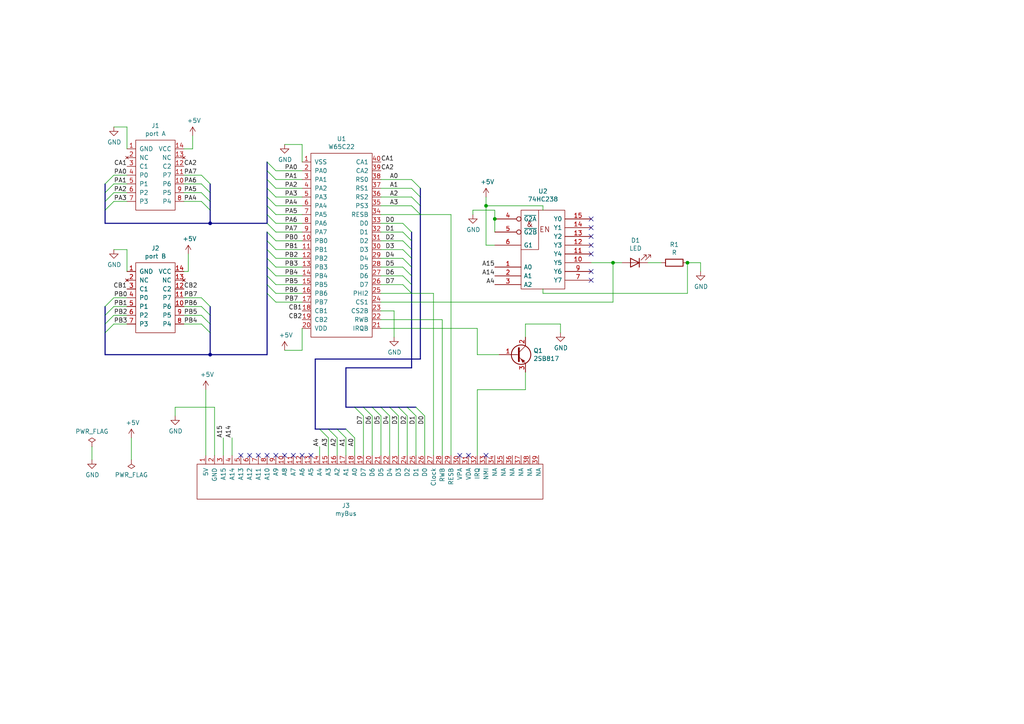
<source format=kicad_sch>
(kicad_sch (version 20211123) (generator eeschema)
  (paper "A4")
  (lib_symbols
    (symbol "74xx_IEEE:74HC238" (pin_names (offset 0.762))
      (property "Reference" "U" (at 3.81 8.89 0))
      (property "Value" "74HC238" (at 8.89 -16.51 0))
      (symbol "74HC238_0_0"
        (text "&" (at -3.81 3.556 0) (effects (font (size 1.524 1.524))))
        (text "EN" (at 0.508 2.032 0) (effects (font (size 1.524 1.524))))
        (pin power_in line (at 0 7.62 270) (length 0) hide (name "VCC") (number "16"))
      )
      (symbol "74HC238_0_1"
        (rectangle (start -6.35 7.62) (end 6.35 -15.24))
        (polyline (pts (xy -1.27 7.62) (xy -1.27 -3.81) (xy -6.35 -3.81) (xy -6.35 -3.81)))
      )
      (symbol "74HC238_1_1"
        (pin input line (at -13.97 -8.89 0) (length 7.62) (name "A0") (number "1"))
        (pin output line (at 13.97 -7.62 180) (length 7.62) (name "Y5") (number "10"))
        (pin output line (at 13.97 -5.08 180) (length 7.62) (name "Y4") (number "11"))
        (pin output line (at 13.97 -2.54 180) (length 7.62) (name "Y3") (number "12"))
        (pin output line (at 13.97 0 180) (length 7.62) (name "Y2") (number "13"))
        (pin output line (at 13.97 2.54 180) (length 7.62) (name "Y1") (number "14"))
        (pin output line (at 13.97 5.08 180) (length 7.62) (name "Y0") (number "15"))
        (pin input line (at -13.97 -11.43 0) (length 7.62) (name "A1") (number "2"))
        (pin input line (at -13.97 -13.97 0) (length 7.62) (name "A2") (number "3"))
        (pin input inverted (at -13.97 5.08 0) (length 7.62) (name "~{G2A}") (number "4"))
        (pin input inverted (at -13.97 1.27 0) (length 7.62) (name "~{G2B}") (number "5"))
        (pin input line (at -13.97 -2.54 0) (length 7.62) (name "G1") (number "6"))
        (pin output line (at 13.97 -12.7 180) (length 7.62) (name "Y7") (number "7"))
        (pin power_in line (at 0 -15.24 90) (length 0) hide (name "GND") (number "8"))
        (pin output line (at 13.97 -10.16 180) (length 7.62) (name "Y6") (number "9"))
      )
    )
    (symbol "Device:LED" (pin_numbers hide) (pin_names (offset 1.016) hide)
      (property "Reference" "D" (at 0 2.54 0))
      (property "Value" "LED" (at 0 -2.54 0))
      (symbol "LED_0_1"
        (polyline (pts (xy -1.27 -1.27) (xy -1.27 1.27)) (stroke (width 0.254)))
        (polyline (pts (xy -1.27 0) (xy 1.27 0)))
        (polyline (pts (xy 1.27 -1.27) (xy 1.27 1.27) (xy -1.27 0) (xy 1.27 -1.27)) (stroke (width 0.254)))
        (polyline (pts (xy -3.048 -0.762) (xy -4.572 -2.286) (xy -3.81 -2.286) (xy -4.572 -2.286) (xy -4.572 -1.524)))
        (polyline (pts (xy -1.778 -0.762) (xy -3.302 -2.286) (xy -2.54 -2.286) (xy -3.302 -2.286) (xy -3.302 -1.524)))
      )
      (symbol "LED_1_1"
        (pin passive line (at -3.81 0 0) (length 2.54) (name "K") (number "1"))
        (pin passive line (at 3.81 0 180) (length 2.54) (name "A") (number "2"))
      )
    )
    (symbol "Device:R" (pin_numbers hide) (pin_names (offset 0))
      (property "Reference" "R" (at 2.032 0 90))
      (property "Value" "R" (at 0 0 90))
      (symbol "R_0_1"
        (rectangle (start -1.016 -2.54) (end 1.016 2.54) (stroke (width 0.254)))
      )
      (symbol "R_1_1"
        (pin passive line (at 0 3.81 270) (length 1.27) (name "~") (number "1"))
        (pin passive line (at 0 -3.81 90) (length 1.27) (name "~") (number "2"))
      )
    )
    (symbol "Transistor_BJT:2SB817" (pin_names (offset 0) hide)
      (property "Reference" "Q" (at 5.08 1.905 0))
      (property "Value" "2SB817" (at 5.08 0 0))
      (symbol "2SB817_0_1"
        (polyline (pts (xy 0 0) (xy 0.635 0)))
        (polyline (pts (xy 2.54 2.54) (xy 0.635 0.635)))
        (polyline (pts (xy 0.635 -0.635) (xy 2.54 -2.54) (xy 2.54 -2.54)))
        (polyline (pts (xy 0.635 1.905) (xy 0.635 -1.905) (xy 0.635 -1.905)) (stroke (width 0.508)))
        (polyline (pts (xy 1.778 -2.286) (xy 2.286 -1.778) (xy 1.27 -1.27) (xy 1.778 -2.286) (xy 1.778 -2.286)) (fill (type outline)))
        (circle (center 1.27 0) (radius 2.8194) (stroke (width 0.254)))
      )
      (symbol "2SB817_1_1"
        (pin input line (at -5.08 0 0) (length 5.08) (name "B") (number "1"))
        (pin passive line (at 2.54 5.08 270) (length 2.54) (name "C") (number "2"))
        (pin passive line (at 2.54 -5.08 90) (length 2.54) (name "E") (number "3"))
      )
    )
    (symbol "myLib:W65C22" (pin_names (offset 1.016))
      (property "Reference" "U" (at -2.54 26.67 0))
      (property "Value" "W65C22" (at 0 -1.27 90))
      (symbol "W65C22_0_1"
        (rectangle (start -10.16 24.13) (end 7.62 -29.21))
      )
      (symbol "W65C22_1_1"
        (pin power_in line (at -12.7 21.59 0) (length 2.54) (name "VSS") (number "1"))
        (pin bidirectional line (at -12.7 -1.27 0) (length 2.54) (name "PB0") (number "10"))
        (pin bidirectional line (at -12.7 -3.81 0) (length 2.54) (name "PB1") (number "11"))
        (pin bidirectional line (at -12.7 -6.35 0) (length 2.54) (name "PB2") (number "12"))
        (pin bidirectional line (at -12.7 -8.89 0) (length 2.54) (name "PB3") (number "13"))
        (pin bidirectional line (at -12.7 -11.43 0) (length 2.54) (name "PB4") (number "14"))
        (pin bidirectional line (at -12.7 -13.97 0) (length 2.54) (name "PB5") (number "15"))
        (pin bidirectional line (at -12.7 -16.51 0) (length 2.54) (name "PB6") (number "16"))
        (pin bidirectional line (at -12.7 -19.05 0) (length 2.54) (name "PB7") (number "17"))
        (pin bidirectional line (at -12.7 -21.59 0) (length 2.54) (name "CB1") (number "18"))
        (pin bidirectional line (at -12.7 -24.13 0) (length 2.54) (name "CB2") (number "19"))
        (pin bidirectional line (at -12.7 19.05 0) (length 2.54) (name "PA0") (number "2"))
        (pin power_in line (at -12.7 -26.67 0) (length 2.54) (name "VDD") (number "20"))
        (pin output line (at 10.16 -26.67 180) (length 2.54) (name "IRQB") (number "21"))
        (pin input line (at 10.16 -24.13 180) (length 2.54) (name "RWB") (number "22"))
        (pin input line (at 10.16 -21.59 180) (length 2.54) (name "CS2B") (number "23"))
        (pin input line (at 10.16 -19.05 180) (length 2.54) (name "CS1") (number "24"))
        (pin bidirectional line (at 10.16 -16.51 180) (length 2.54) (name "PHI2") (number "25"))
        (pin bidirectional line (at 10.16 -13.97 180) (length 2.54) (name "D7") (number "26"))
        (pin bidirectional line (at 10.16 -11.43 180) (length 2.54) (name "D6") (number "27"))
        (pin bidirectional line (at 10.16 -8.89 180) (length 2.54) (name "D5") (number "28"))
        (pin bidirectional line (at 10.16 -6.35 180) (length 2.54) (name "D4") (number "29"))
        (pin bidirectional line (at -12.7 16.51 0) (length 2.54) (name "PA1") (number "3"))
        (pin bidirectional line (at 10.16 -3.81 180) (length 2.54) (name "D3") (number "30"))
        (pin bidirectional line (at 10.16 -1.27 180) (length 2.54) (name "D2") (number "31"))
        (pin bidirectional line (at 10.16 1.27 180) (length 2.54) (name "D1") (number "32"))
        (pin bidirectional line (at 10.16 3.81 180) (length 2.54) (name "D0") (number "33"))
        (pin input line (at 10.16 6.35 180) (length 2.54) (name "RESB") (number "34"))
        (pin input line (at 10.16 8.89 180) (length 2.54) (name "PS3") (number "35"))
        (pin input line (at 10.16 11.43 180) (length 2.54) (name "RS2") (number "36"))
        (pin input line (at 10.16 13.97 180) (length 2.54) (name "RS1") (number "37"))
        (pin input line (at 10.16 16.51 180) (length 2.54) (name "RS0") (number "38"))
        (pin bidirectional line (at 10.16 19.05 180) (length 2.54) (name "CA2") (number "39"))
        (pin bidirectional line (at -12.7 13.97 0) (length 2.54) (name "PA2") (number "4"))
        (pin bidirectional line (at 10.16 21.59 180) (length 2.54) (name "CA1") (number "40"))
        (pin bidirectional line (at -12.7 11.43 0) (length 2.54) (name "PA3") (number "5"))
        (pin bidirectional line (at -12.7 8.89 0) (length 2.54) (name "PA4") (number "6"))
        (pin bidirectional line (at -12.7 6.35 0) (length 2.54) (name "PA5") (number "7"))
        (pin bidirectional line (at -12.7 3.81 0) (length 2.54) (name "PA6") (number "8"))
        (pin bidirectional line (at -12.7 1.27 0) (length 2.54) (name "PA7") (number "9"))
      )
    )
    (symbol "myLib:myBus" (pin_names (offset 1.016))
      (property "Reference" "J" (at 57.15 1.27 0))
      (property "Value" "myBus" (at 0 -1.27 0))
      (symbol "myBus_0_1"
        (rectangle (start -44.45 5.08) (end 55.88 -5.08))
      )
      (symbol "myBus_1_1"
        (pin power_in line (at -41.91 7.62 270) (length 2.54) (name "5V") (number "1"))
        (pin bidirectional line (at -19.05 7.62 270) (length 2.54) (name "A8") (number "10"))
        (pin bidirectional line (at -16.51 7.62 270) (length 2.54) (name "A7") (number "11"))
        (pin bidirectional line (at -13.97 7.62 270) (length 2.54) (name "A6") (number "12"))
        (pin bidirectional line (at -11.43 7.62 270) (length 2.54) (name "A5") (number "13"))
        (pin bidirectional line (at -8.89 7.62 270) (length 2.54) (name "A4") (number "14"))
        (pin bidirectional line (at -6.35 7.62 270) (length 2.54) (name "A3") (number "15"))
        (pin bidirectional line (at -3.81 7.62 270) (length 2.54) (name "A2") (number "16"))
        (pin bidirectional line (at -1.27 7.62 270) (length 2.54) (name "A1") (number "17"))
        (pin bidirectional line (at 1.27 7.62 270) (length 2.54) (name "A0") (number "18"))
        (pin bidirectional line (at 3.81 7.62 270) (length 2.54) (name "D7") (number "19"))
        (pin power_in line (at -39.37 7.62 270) (length 2.54) (name "GND") (number "2"))
        (pin bidirectional line (at 6.35 7.62 270) (length 2.54) (name "D6") (number "20"))
        (pin bidirectional line (at 8.89 7.62 270) (length 2.54) (name "D5") (number "21"))
        (pin bidirectional line (at 11.43 7.62 270) (length 2.54) (name "D4") (number "22"))
        (pin bidirectional line (at 13.97 7.62 270) (length 2.54) (name "D3") (number "23"))
        (pin bidirectional line (at 16.51 7.62 270) (length 2.54) (name "D2") (number "24"))
        (pin bidirectional line (at 19.05 7.62 270) (length 2.54) (name "D1") (number "25"))
        (pin bidirectional line (at 21.59 7.62 270) (length 2.54) (name "D0") (number "26"))
        (pin bidirectional line (at 24.13 7.62 270) (length 2.54) (name "Clock") (number "27"))
        (pin bidirectional line (at 26.67 7.62 270) (length 2.54) (name "RWB") (number "28"))
        (pin bidirectional line (at 29.21 7.62 270) (length 2.54) (name "RESB") (number "29"))
        (pin bidirectional line (at -36.83 7.62 270) (length 2.54) (name "A15") (number "3"))
        (pin bidirectional line (at 31.75 7.62 270) (length 2.54) (name "VPA") (number "30"))
        (pin bidirectional line (at 34.29 7.62 270) (length 2.54) (name "VDA") (number "31"))
        (pin bidirectional line (at 36.83 7.62 270) (length 2.54) (name "IRQ") (number "32"))
        (pin bidirectional line (at 39.37 7.62 270) (length 2.54) (name "NMI") (number "33"))
        (pin bidirectional line (at 41.91 7.62 270) (length 2.54) (name "NA") (number "34"))
        (pin bidirectional line (at 44.45 7.62 270) (length 2.54) (name "NA") (number "35"))
        (pin bidirectional line (at 46.99 7.62 270) (length 2.54) (name "NA") (number "36"))
        (pin bidirectional line (at 49.53 7.62 270) (length 2.54) (name "NA") (number "37"))
        (pin bidirectional line (at 52.07 7.62 270) (length 2.54) (name "NA") (number "38"))
        (pin bidirectional line (at 54.61 7.62 270) (length 2.54) (name "NA") (number "39"))
        (pin bidirectional line (at -34.29 7.62 270) (length 2.54) (name "A14") (number "4"))
        (pin bidirectional line (at -31.75 7.62 270) (length 2.54) (name "A13") (number "5"))
        (pin bidirectional line (at -29.21 7.62 270) (length 2.54) (name "A12") (number "6"))
        (pin bidirectional line (at -26.67 7.62 270) (length 2.54) (name "A11") (number "7"))
        (pin bidirectional line (at -24.13 7.62 270) (length 2.54) (name "A10") (number "8"))
        (pin bidirectional line (at -21.59 7.62 270) (length 2.54) (name "A9") (number "9"))
      )
    )
    (symbol "myLib:port" (pin_names (offset 1.016))
      (property "Reference" "J" (at 1.27 11.43 0))
      (property "Value" "port" (at -3.81 11.43 0))
      (symbol "port_0_1"
        (rectangle (start -6.35 10.16) (end 5.08 -10.16))
      )
      (symbol "port_1_1"
        (pin power_in line (at -8.89 7.62 0) (length 2.54) (name "GND") (number "1"))
        (pin bidirectional line (at 7.62 -2.54 180) (length 2.54) (name "P6") (number "10"))
        (pin bidirectional line (at 7.62 0 180) (length 2.54) (name "P7") (number "11"))
        (pin bidirectional line (at 7.62 2.54 180) (length 2.54) (name "C2") (number "12"))
        (pin no_connect line (at 7.62 5.08 180) (length 2.54) (name "NC") (number "13"))
        (pin power_in line (at 7.62 7.62 180) (length 2.54) (name "VCC") (number "14"))
        (pin no_connect line (at -8.89 5.08 0) (length 2.54) (name "NC") (number "2"))
        (pin bidirectional line (at -8.89 2.54 0) (length 2.54) (name "C1") (number "3"))
        (pin bidirectional line (at -8.89 0 0) (length 2.54) (name "P0") (number "4"))
        (pin bidirectional line (at -8.89 -2.54 0) (length 2.54) (name "P1") (number "5"))
        (pin bidirectional line (at -8.89 -5.08 0) (length 2.54) (name "P2") (number "6"))
        (pin bidirectional line (at -8.89 -7.62 0) (length 2.54) (name "P3") (number "7"))
        (pin bidirectional line (at 7.62 -7.62 180) (length 2.54) (name "P4") (number "8"))
        (pin bidirectional line (at 7.62 -5.08 180) (length 2.54) (name "P5") (number "9"))
      )
    )
    (symbol "power:+5V" (power) (pin_names (offset 0))
      (property "Value" "+5V" (at 0 3.556 0))
      (symbol "+5V_0_1"
        (polyline (pts (xy -0.762 1.27) (xy 0 2.54)))
        (polyline (pts (xy 0 0) (xy 0 2.54)))
        (polyline (pts (xy 0 2.54) (xy 0.762 1.27)))
      )
      (symbol "+5V_1_1"
        (pin power_in line (at 0 0 90) (length 0) hide (name "+5V") (number "1"))
      )
    )
    (symbol "power:GND" (power) (pin_names (offset 0))
      (property "Value" "GND" (at 0 -3.81 0))
      (symbol "GND_0_1"
        (polyline (pts (xy 0 0) (xy 0 -1.27) (xy 1.27 -1.27) (xy 0 -2.54) (xy -1.27 -1.27) (xy 0 -1.27)))
      )
      (symbol "GND_1_1"
        (pin power_in line (at 0 0 270) (length 0) hide (name "GND") (number "1"))
      )
    )
    (symbol "power:PWR_FLAG" (power) (pin_numbers hide) (pin_names (offset 0) hide)
      (property "Value" "PWR_FLAG" (at 0 3.81 0))
      (symbol "PWR_FLAG_0_0"
        (pin power_out line (at 0 0 90) (length 0) (name "pwr") (number "1"))
      )
      (symbol "PWR_FLAG_0_1"
        (polyline (pts (xy 0 0) (xy 0 1.27) (xy -1.016 1.905) (xy 0 2.54) (xy 1.016 1.905) (xy 0 1.27)))
      )
    )
  )
  (junction (at 60.96 64.77))
  (junction (at 143.51 63.5))
  (junction (at 177.8 76.2))
  (junction (at 140.97 59.69))
  (junction (at 60.96 102.87))
  (junction (at 199.39 76.2))
  (no_connect (at 171.45 73.66))
  (no_connect (at 135.89 132.08))
  (no_connect (at 82.55 132.08))
  (no_connect (at 80.01 132.08))
  (no_connect (at 77.47 132.08))
  (no_connect (at 69.85 132.08))
  (no_connect (at 87.63 132.08))
  (no_connect (at 171.45 71.12))
  (no_connect (at 74.93 132.08))
  (no_connect (at 85.09 132.08))
  (no_connect (at 72.39 132.08))
  (no_connect (at 133.35 132.08))
  (no_connect (at 171.45 68.58))
  (no_connect (at 171.45 66.04))
  (no_connect (at 140.97 132.08))
  (no_connect (at 90.17 132.08))
  (no_connect (at 171.45 78.74))
  (no_connect (at 171.45 81.28))
  (no_connect (at 171.45 63.5))
  (bus_entry (at 58.42 91.44) (size 2.54 2.54))
  (bus_entry (at 58.42 58.42) (size 2.54 2.54))
  (bus_entry (at 120.65 118.11) (size 2.54 2.54))
  (bus_entry (at 77.47 54.61) (size 2.54 2.54))
  (bus_entry (at 30.48 88.9) (size 2.54 -2.54))
  (bus_entry (at 77.47 57.15) (size 2.54 2.54))
  (bus_entry (at 30.48 93.98) (size 2.54 -2.54))
  (bus_entry (at 77.47 82.55) (size 2.54 2.54))
  (bus_entry (at 113.03 118.11) (size 2.54 2.54))
  (bus_entry (at 77.47 74.93) (size 2.54 2.54))
  (bus_entry (at 116.84 72.39) (size 2.54 2.54))
  (bus_entry (at 77.47 52.07) (size 2.54 2.54))
  (bus_entry (at 77.47 69.85) (size 2.54 2.54))
  (bus_entry (at 115.57 118.11) (size 2.54 2.54))
  (bus_entry (at 116.84 77.47) (size 2.54 2.54))
  (bus_entry (at 119.38 52.07) (size 2.54 2.54))
  (bus_entry (at 30.48 60.96) (size 2.54 -2.54))
  (bus_entry (at 118.11 118.11) (size 2.54 2.54))
  (bus_entry (at 30.48 55.88) (size 2.54 -2.54))
  (bus_entry (at 116.84 74.93) (size 2.54 2.54))
  (bus_entry (at 100.33 124.46) (size 2.54 2.54))
  (bus_entry (at 116.84 80.01) (size 2.54 2.54))
  (bus_entry (at 116.84 69.85) (size 2.54 2.54))
  (bus_entry (at 110.49 118.11) (size 2.54 2.54))
  (bus_entry (at 92.71 124.46) (size 2.54 2.54))
  (bus_entry (at 58.42 50.8) (size 2.54 2.54))
  (bus_entry (at 116.84 67.31) (size 2.54 2.54))
  (bus_entry (at 102.87 118.11) (size 2.54 2.54))
  (bus_entry (at 77.47 46.99) (size 2.54 2.54))
  (bus_entry (at 77.47 64.77) (size 2.54 2.54))
  (bus_entry (at 30.48 96.52) (size 2.54 -2.54))
  (bus_entry (at 58.42 88.9) (size 2.54 2.54))
  (bus_entry (at 107.95 118.11) (size 2.54 2.54))
  (bus_entry (at 119.38 59.69) (size 2.54 2.54))
  (bus_entry (at 119.38 54.61) (size 2.54 2.54))
  (bus_entry (at 77.47 72.39) (size 2.54 2.54))
  (bus_entry (at 116.84 82.55) (size 2.54 2.54))
  (bus_entry (at 58.42 55.88) (size 2.54 2.54))
  (bus_entry (at 58.42 53.34) (size 2.54 2.54))
  (bus_entry (at 30.48 53.34) (size 2.54 -2.54))
  (bus_entry (at 116.84 64.77) (size 2.54 2.54))
  (bus_entry (at 95.25 124.46) (size 2.54 2.54))
  (bus_entry (at 77.47 85.09) (size 2.54 2.54))
  (bus_entry (at 30.48 58.42) (size 2.54 -2.54))
  (bus_entry (at 58.42 86.36) (size 2.54 2.54))
  (bus_entry (at 77.47 49.53) (size 2.54 2.54))
  (bus_entry (at 77.47 62.23) (size 2.54 2.54))
  (bus_entry (at 77.47 77.47) (size 2.54 2.54))
  (bus_entry (at 77.47 59.69) (size 2.54 2.54))
  (bus_entry (at 77.47 80.01) (size 2.54 2.54))
  (bus_entry (at 97.79 124.46) (size 2.54 2.54))
  (bus_entry (at 105.41 118.11) (size 2.54 2.54))
  (bus_entry (at 58.42 93.98) (size 2.54 2.54))
  (bus_entry (at 77.47 67.31) (size 2.54 2.54))
  (bus_entry (at 119.38 57.15) (size 2.54 2.54))
  (bus_entry (at 30.48 91.44) (size 2.54 -2.54))
  (wire (pts (xy 199.39 76.2) (xy 203.2 76.2)))
  (bus (pts (xy 100.33 118.11) (xy 102.87 118.11)))
  (wire (pts (xy 87.63 62.23) (xy 80.01 62.23)))
  (wire (pts (xy 36.83 36.83) (xy 36.83 43.18)))
  (bus (pts (xy 77.47 54.61) (xy 77.47 57.15)))
  (bus (pts (xy 107.95 118.11) (xy 110.49 118.11)))
  (wire (pts (xy 33.02 91.44) (xy 36.83 91.44)))
  (bus (pts (xy 121.92 54.61) (xy 121.92 57.15)))
  (wire (pts (xy 59.69 113.03) (xy 59.69 132.08)))
  (wire (pts (xy 50.8 118.11) (xy 50.8 120.65)))
  (wire (pts (xy 116.84 72.39) (xy 110.49 72.39)))
  (wire (pts (xy 110.49 74.93) (xy 116.84 74.93)))
  (wire (pts (xy 152.4 113.03) (xy 152.4 107.95)))
  (wire (pts (xy 87.63 52.07) (xy 80.01 52.07)))
  (wire (pts (xy 115.57 132.08) (xy 115.57 120.65)))
  (wire (pts (xy 162.56 93.98) (xy 162.56 96.52)))
  (wire (pts (xy 67.31 132.08) (xy 67.31 127)))
  (wire (pts (xy 33.02 50.8) (xy 36.83 50.8)))
  (wire (pts (xy 138.43 113.03) (xy 152.4 113.03)))
  (bus (pts (xy 30.48 91.44) (xy 30.48 93.98)))
  (bus (pts (xy 30.48 88.9) (xy 30.48 91.44)))
  (wire (pts (xy 114.3 90.17) (xy 114.3 97.79)))
  (bus (pts (xy 91.44 104.14) (xy 121.92 104.14)))
  (wire (pts (xy 100.33 127) (xy 100.33 132.08)))
  (wire (pts (xy 110.49 95.25) (xy 138.43 95.25)))
  (wire (pts (xy 110.49 69.85) (xy 116.84 69.85)))
  (bus (pts (xy 119.38 82.55) (xy 119.38 85.09)))
  (bus (pts (xy 119.38 74.93) (xy 119.38 77.47)))
  (wire (pts (xy 110.49 132.08) (xy 110.49 120.65)))
  (wire (pts (xy 87.63 57.15) (xy 80.01 57.15)))
  (wire (pts (xy 125.73 85.09) (xy 125.73 132.08)))
  (wire (pts (xy 82.55 101.6) (xy 87.63 101.6)))
  (bus (pts (xy 30.48 53.34) (xy 30.48 55.88)))
  (wire (pts (xy 80.01 69.85) (xy 87.63 69.85)))
  (bus (pts (xy 77.47 52.07) (xy 77.47 54.61)))
  (bus (pts (xy 30.48 55.88) (xy 30.48 58.42)))
  (bus (pts (xy 119.38 85.09) (xy 119.38 106.68)))
  (wire (pts (xy 116.84 67.31) (xy 110.49 67.31)))
  (bus (pts (xy 105.41 118.11) (xy 107.95 118.11)))
  (wire (pts (xy 33.02 86.36) (xy 36.83 86.36)))
  (wire (pts (xy 110.49 52.07) (xy 119.38 52.07)))
  (bus (pts (xy 121.92 59.69) (xy 121.92 62.23)))
  (wire (pts (xy 140.97 59.69) (xy 157.48 59.69)))
  (wire (pts (xy 80.01 54.61) (xy 87.63 54.61)))
  (bus (pts (xy 77.47 72.39) (xy 77.47 74.93)))
  (wire (pts (xy 62.23 118.11) (xy 50.8 118.11)))
  (bus (pts (xy 77.47 57.15) (xy 77.47 59.69)))
  (bus (pts (xy 119.38 80.01) (xy 119.38 82.55)))
  (wire (pts (xy 54.61 78.74) (xy 54.61 73.66)))
  (bus (pts (xy 60.96 91.44) (xy 60.96 93.98)))
  (wire (pts (xy 116.84 77.47) (xy 110.49 77.47)))
  (wire (pts (xy 36.83 72.39) (xy 36.83 78.74)))
  (wire (pts (xy 53.34 43.18) (xy 55.88 43.18)))
  (wire (pts (xy 143.51 60.96) (xy 143.51 63.5)))
  (wire (pts (xy 116.84 82.55) (xy 110.49 82.55)))
  (wire (pts (xy 58.42 53.34) (xy 53.34 53.34)))
  (bus (pts (xy 30.48 93.98) (xy 30.48 96.52)))
  (wire (pts (xy 143.51 67.31) (xy 143.51 63.5)))
  (wire (pts (xy 36.83 88.9) (xy 33.02 88.9)))
  (wire (pts (xy 138.43 95.25) (xy 138.43 102.87)))
  (bus (pts (xy 77.47 82.55) (xy 77.47 85.09)))
  (wire (pts (xy 110.49 90.17) (xy 114.3 90.17)))
  (bus (pts (xy 100.33 106.68) (xy 100.33 118.11)))
  (wire (pts (xy 87.63 72.39) (xy 80.01 72.39)))
  (bus (pts (xy 100.33 106.68) (xy 119.38 106.68)))
  (wire (pts (xy 177.8 76.2) (xy 171.45 76.2)))
  (bus (pts (xy 30.48 60.96) (xy 30.48 64.77)))
  (wire (pts (xy 53.34 91.44) (xy 58.42 91.44)))
  (wire (pts (xy 110.49 87.63) (xy 177.8 87.63)))
  (bus (pts (xy 113.03 118.11) (xy 115.57 118.11)))
  (wire (pts (xy 199.39 85.09) (xy 199.39 76.2)))
  (wire (pts (xy 97.79 132.08) (xy 97.79 127)))
  (bus (pts (xy 60.96 88.9) (xy 60.96 91.44)))
  (bus (pts (xy 77.47 80.01) (xy 77.47 82.55)))
  (wire (pts (xy 203.2 76.2) (xy 203.2 78.74)))
  (bus (pts (xy 97.79 124.46) (xy 100.33 124.46)))
  (bus (pts (xy 77.47 102.87) (xy 60.96 102.87)))
  (wire (pts (xy 110.49 92.71) (xy 128.27 92.71)))
  (wire (pts (xy 157.48 83.82) (xy 157.48 85.09)))
  (wire (pts (xy 58.42 58.42) (xy 53.34 58.42)))
  (wire (pts (xy 38.1 127) (xy 38.1 133.35)))
  (wire (pts (xy 26.67 133.35) (xy 26.67 129.54)))
  (wire (pts (xy 80.01 64.77) (xy 87.63 64.77)))
  (bus (pts (xy 121.92 62.23) (xy 121.92 104.14)))
  (wire (pts (xy 140.97 57.15) (xy 140.97 59.69)))
  (bus (pts (xy 30.48 58.42) (xy 30.48 60.96)))
  (wire (pts (xy 80.01 49.53) (xy 87.63 49.53)))
  (wire (pts (xy 82.55 41.91) (xy 87.63 41.91)))
  (wire (pts (xy 110.49 80.01) (xy 116.84 80.01)))
  (wire (pts (xy 113.03 120.65) (xy 113.03 132.08)))
  (wire (pts (xy 53.34 86.36) (xy 58.42 86.36)))
  (wire (pts (xy 105.41 120.65) (xy 105.41 132.08)))
  (wire (pts (xy 123.19 120.65) (xy 123.19 132.08)))
  (wire (pts (xy 152.4 93.98) (xy 162.56 93.98)))
  (wire (pts (xy 87.63 41.91) (xy 87.63 46.99)))
  (bus (pts (xy 119.38 69.85) (xy 119.38 72.39)))
  (wire (pts (xy 87.63 82.55) (xy 80.01 82.55)))
  (wire (pts (xy 119.38 54.61) (xy 110.49 54.61)))
  (wire (pts (xy 87.63 87.63) (xy 80.01 87.63)))
  (bus (pts (xy 77.47 49.53) (xy 77.47 52.07)))
  (wire (pts (xy 138.43 102.87) (xy 144.78 102.87)))
  (bus (pts (xy 115.57 118.11) (xy 118.11 118.11)))
  (bus (pts (xy 77.47 77.47) (xy 77.47 80.01)))
  (wire (pts (xy 58.42 88.9) (xy 53.34 88.9)))
  (bus (pts (xy 77.47 69.85) (xy 77.47 72.39)))
  (wire (pts (xy 119.38 85.09) (xy 125.73 85.09)))
  (wire (pts (xy 33.02 93.98) (xy 36.83 93.98)))
  (wire (pts (xy 102.87 132.08) (xy 102.87 127)))
  (wire (pts (xy 121.92 62.23) (xy 130.81 62.23)))
  (wire (pts (xy 80.01 59.69) (xy 87.63 59.69)))
  (wire (pts (xy 119.38 59.69) (xy 110.49 59.69)))
  (wire (pts (xy 137.16 60.96) (xy 137.16 62.23)))
  (wire (pts (xy 120.65 132.08) (xy 120.65 120.65)))
  (wire (pts (xy 80.01 80.01) (xy 87.63 80.01)))
  (wire (pts (xy 33.02 55.88) (xy 36.83 55.88)))
  (wire (pts (xy 80.01 85.09) (xy 87.63 85.09)))
  (bus (pts (xy 119.38 72.39) (xy 119.38 74.93)))
  (wire (pts (xy 177.8 76.2) (xy 180.34 76.2)))
  (bus (pts (xy 60.96 93.98) (xy 60.96 96.52)))
  (bus (pts (xy 77.47 62.23) (xy 77.47 64.77)))
  (wire (pts (xy 58.42 93.98) (xy 53.34 93.98)))
  (bus (pts (xy 77.47 46.99) (xy 77.47 49.53)))
  (wire (pts (xy 152.4 97.79) (xy 152.4 93.98)))
  (wire (pts (xy 80.01 74.93) (xy 87.63 74.93)))
  (wire (pts (xy 33.02 72.39) (xy 36.83 72.39)))
  (bus (pts (xy 110.49 118.11) (xy 113.03 118.11)))
  (bus (pts (xy 102.87 118.11) (xy 105.41 118.11)))
  (wire (pts (xy 187.96 76.2) (xy 191.77 76.2)))
  (wire (pts (xy 157.48 59.69) (xy 157.48 60.96)))
  (wire (pts (xy 107.95 120.65) (xy 107.95 132.08)))
  (wire (pts (xy 157.48 85.09) (xy 199.39 85.09)))
  (wire (pts (xy 36.83 58.42) (xy 33.02 58.42)))
  (wire (pts (xy 33.02 36.83) (xy 36.83 36.83)))
  (bus (pts (xy 77.47 74.93) (xy 77.47 77.47)))
  (wire (pts (xy 140.97 71.12) (xy 143.51 71.12)))
  (wire (pts (xy 118.11 120.65) (xy 118.11 132.08)))
  (bus (pts (xy 95.25 124.46) (xy 97.79 124.46)))
  (bus (pts (xy 60.96 64.77) (xy 30.48 64.77)))
  (wire (pts (xy 87.63 77.47) (xy 80.01 77.47)))
  (wire (pts (xy 110.49 64.77) (xy 116.84 64.77)))
  (bus (pts (xy 119.38 77.47) (xy 119.38 80.01)))
  (bus (pts (xy 121.92 57.15) (xy 121.92 59.69)))
  (wire (pts (xy 140.97 59.69) (xy 140.97 71.12)))
  (wire (pts (xy 110.49 85.09) (xy 119.38 85.09)))
  (wire (pts (xy 36.83 53.34) (xy 33.02 53.34)))
  (wire (pts (xy 62.23 132.08) (xy 62.23 118.11)))
  (wire (pts (xy 138.43 132.08) (xy 138.43 113.03)))
  (bus (pts (xy 60.96 96.52) (xy 60.96 102.87)))
  (wire (pts (xy 87.63 101.6) (xy 87.63 95.25)))
  (bus (pts (xy 77.47 59.69) (xy 77.47 62.23)))
  (wire (pts (xy 130.81 62.23) (xy 130.81 132.08)))
  (bus (pts (xy 77.47 64.77) (xy 60.96 64.77)))
  (bus (pts (xy 77.47 85.09) (xy 77.47 102.87)))
  (bus (pts (xy 60.96 60.96) (xy 60.96 64.77)))
  (wire (pts (xy 177.8 87.63) (xy 177.8 76.2)))
  (bus (pts (xy 60.96 55.88) (xy 60.96 58.42)))
  (wire (pts (xy 128.27 92.71) (xy 128.27 132.08)))
  (bus (pts (xy 91.44 124.46) (xy 91.44 104.14)))
  (bus (pts (xy 77.47 67.31) (xy 77.47 69.85)))
  (wire (pts (xy 143.51 60.96) (xy 137.16 60.96)))
  (wire (pts (xy 64.77 132.08) (xy 64.77 127)))
  (bus (pts (xy 92.71 124.46) (xy 95.25 124.46)))
  (bus (pts (xy 60.96 58.42) (xy 60.96 60.96)))
  (wire (pts (xy 95.25 127) (xy 95.25 132.08)))
  (wire (pts (xy 53.34 50.8) (xy 58.42 50.8)))
  (bus (pts (xy 60.96 102.87) (xy 30.48 102.87)))
  (wire (pts (xy 110.49 62.23) (xy 121.92 62.23)))
  (wire (pts (xy 110.49 57.15) (xy 119.38 57.15)))
  (bus (pts (xy 60.96 53.34) (xy 60.96 55.88)))
  (bus (pts (xy 91.44 124.46) (xy 92.71 124.46)))
  (wire (pts (xy 53.34 78.74) (xy 54.61 78.74)))
  (bus (pts (xy 30.48 96.52) (xy 30.48 102.87)))
  (wire (pts (xy 87.63 67.31) (xy 80.01 67.31)))
  (bus (pts (xy 118.11 118.11) (xy 120.65 118.11)))
  (wire (pts (xy 55.88 43.18) (xy 55.88 39.37)))
  (bus (pts (xy 119.38 67.31) (xy 119.38 69.85)))
  (wire (pts (xy 53.34 55.88) (xy 58.42 55.88)))
  (wire (pts (xy 92.71 129.54) (xy 92.71 132.08)))
  (label "PB7" (at 82.55 87.63 0))
  (label "D3" (at 111.76 72.39 0))
  (label "PA6" (at 53.34 53.34 0))
  (label "D4" (at 111.76 74.93 0))
  (label "CA2" (at 53.34 48.26 0))
  (label "A1" (at 113.03 54.61 0))
  (label "PB4" (at 82.55 80.01 0))
  (label "CA1" (at 36.83 48.26 180))
  (label "A3" (at 95.25 129.54 90))
  (label "D1" (at 120.65 123.19 90))
  (label "PA7" (at 82.55 67.31 0))
  (label "PA4" (at 82.55 59.69 0))
  (label "D7" (at 111.76 82.55 0))
  (label "PA1" (at 82.55 52.07 0))
  (label "D0" (at 123.19 123.19 90))
  (label "PA3" (at 33.02 58.42 0))
  (label "D5" (at 110.49 123.19 90))
  (label "D2" (at 118.11 123.19 90))
  (label "PB1" (at 82.55 72.39 0))
  (label "PA1" (at 33.02 53.34 0))
  (label "A14" (at 67.31 127 90))
  (label "PA5" (at 53.34 55.88 0))
  (label "A4" (at 143.51 82.55 180))
  (label "PB0" (at 33.02 86.36 0))
  (label "PA0" (at 33.02 50.8 0))
  (label "PA2" (at 33.02 55.88 0))
  (label "PA2" (at 82.55 54.61 0))
  (label "A2" (at 97.79 129.54 90))
  (label "PB6" (at 53.34 88.9 0))
  (label "PB7" (at 53.34 86.36 0))
  (label "A1" (at 100.33 129.54 90))
  (label "PB1" (at 33.02 88.9 0))
  (label "PB5" (at 82.55 82.55 0))
  (label "A3" (at 113.03 59.69 0))
  (label "CA2" (at 110.49 49.53 0))
  (label "PB2" (at 33.02 91.44 0))
  (label "A4" (at 92.71 129.54 90))
  (label "D6" (at 111.76 80.01 0))
  (label "PB5" (at 53.34 91.44 0))
  (label "PA0" (at 82.55 49.53 0))
  (label "A2" (at 113.03 57.15 0))
  (label "PA6" (at 82.55 64.77 0))
  (label "A0" (at 102.87 129.54 90))
  (label "D2" (at 111.76 69.85 0))
  (label "PB2" (at 82.55 74.93 0))
  (label "PB6" (at 82.55 85.09 0))
  (label "PA5" (at 82.55 62.23 0))
  (label "D4" (at 113.03 123.19 90))
  (label "D3" (at 115.57 123.19 90))
  (label "D5" (at 111.76 77.47 0))
  (label "A15" (at 64.77 127 90))
  (label "CB1" (at 87.63 90.17 180))
  (label "PB3" (at 82.55 77.47 0))
  (label "CB2" (at 87.63 92.71 180))
  (label "CA1" (at 110.49 46.99 0))
  (label "PB0" (at 82.55 69.85 0))
  (label "PA3" (at 82.55 57.15 0))
  (label "CB2" (at 53.34 83.82 0))
  (label "D1" (at 111.76 67.31 0))
  (label "D0" (at 111.76 64.77 0))
  (label "PB3" (at 33.02 93.98 0))
  (label "A15" (at 143.51 77.47 180))
  (label "D7" (at 105.41 123.19 90))
  (label "PB4" (at 53.34 93.98 0))
  (label "PA7" (at 53.34 50.8 0))
  (label "CB1" (at 36.83 83.82 180))
  (label "A14" (at 143.51 80.01 180))
  (label "A0" (at 113.03 52.07 0))
  (label "PA4" (at 53.34 58.42 0))
  (label "D6" (at 107.95 123.19 90))
  (symbol (lib_id "myLib:W65C22") (at 100.33 68.58 0) (unit 1)
    (property "Reference" "U1" (at 99.06 40.259 0))
    (property "Value" "W65C22" (at 99.06 42.5704 0))
    (property "Footprint" "Package_DIP:DIP-40_W15.24mm_Socket" (effects hide))
  )
  (symbol (lib_id "myLib:myBus") (at 101.6 139.7 0) (unit 1)
    (property "Reference" "J3" (at 100.33 146.6342 0))
    (property "Value" "myBus" (at 100.33 148.9456 0))
    (property "Footprint" "Connector_PinHeader_2.54mm:PinHeader_1x39_P2.54mm_Horizontal" (effects hide))
  )
  (symbol (lib_id "74xx_IEEE:74HC238") (at 157.48 68.58 0) (unit 1)
    (property "Reference" "U2" (at 157.48 55.4736 0))
    (property "Value" "74HC238" (at 157.48 57.785 0))
    (property "Footprint" "Package_DIP:DIP-16_W7.62mm_Socket" (effects hide))
  )
  (symbol (lib_id "Transistor_BJT:2SB817") (at 149.86 102.87 0) (unit 1)
    (property "Reference" "Q1" (at 154.686 101.7016 0) (effects (justify left)))
    (property "Value" "2SB817" (at 154.686 104.013 0) (effects (justify left)))
    (property "Footprint" "Package_TO_SOT_THT:TO-3PB-3_Vertical" (effects hide))
    (property "Datasheet" "http://skory.gylcomp.hu/alkatresz/2SB817.pdf" (effects hide))
  )
  (symbol (lib_id "power:GND") (at 50.8 120.65 0) (unit 1)
    (property "Reference" "#PWR0101" (effects hide))
    (property "Value" "GND" (at 50.927 125.0442 0))
  )
  (symbol (lib_id "power:+5V") (at 59.69 113.03 0) (unit 1)
    (property "Reference" "#PWR0102" (effects hide))
    (property "Value" "+5V" (at 60.071 108.6358 0))
  )
  (symbol (lib_id "power:GND") (at 162.56 96.52 0) (unit 1)
    (property "Reference" "#PWR0103" (effects hide))
    (property "Value" "GND" (at 162.687 100.9142 0))
  )
  (symbol (lib_id "Device:LED") (at 184.15 76.2 180) (unit 1)
    (property "Reference" "D1" (at 184.3278 69.723 0))
    (property "Value" "LED" (at 184.3278 72.0344 0))
    (property "Footprint" "LED_THT:LED_D5.0mm" (effects hide))
  )
  (symbol (lib_id "Device:R") (at 195.58 76.2 270) (unit 1)
    (property "Reference" "R1" (at 195.58 70.9422 90))
    (property "Value" "R" (at 195.58 73.2536 90))
    (property "Footprint" "Resistor_THT:R_Axial_DIN0207_L6.3mm_D2.5mm_P15.24mm_Horizontal" (effects hide))
  )
  (symbol (lib_id "power:GND") (at 203.2 78.74 0) (unit 1)
    (property "Reference" "#PWR0104" (effects hide))
    (property "Value" "GND" (at 203.327 83.1342 0))
  )
  (symbol (lib_id "power:+5V") (at 140.97 57.15 0) (unit 1)
    (property "Reference" "#PWR0105" (effects hide))
    (property "Value" "+5V" (at 141.351 52.7558 0))
  )
  (symbol (lib_id "power:GND") (at 137.16 62.23 0) (unit 1)
    (property "Reference" "#PWR0106" (effects hide))
    (property "Value" "GND" (at 137.287 66.6242 0))
  )
  (symbol (lib_id "power:GND") (at 82.55 41.91 0) (unit 1)
    (property "Reference" "#PWR0108" (effects hide))
    (property "Value" "GND" (at 82.677 46.3042 0))
  )
  (symbol (lib_id "power:+5V") (at 82.55 101.6 0) (unit 1)
    (property "Reference" "#PWR0109" (effects hide))
    (property "Value" "+5V" (at 82.931 97.2058 0))
  )
  (symbol (lib_id "power:+5V") (at 54.61 73.66 0) (unit 1)
    (property "Reference" "#PWR0110" (effects hide))
    (property "Value" "+5V" (at 54.991 69.2658 0))
  )
  (symbol (lib_id "power:+5V") (at 55.88 39.37 0) (unit 1)
    (property "Reference" "#PWR0111" (effects hide))
    (property "Value" "+5V" (at 56.261 34.9758 0))
  )
  (symbol (lib_id "power:GND") (at 33.02 36.83 0) (unit 1)
    (property "Reference" "#PWR0112" (effects hide))
    (property "Value" "GND" (at 33.147 41.2242 0))
  )
  (symbol (lib_id "power:GND") (at 33.02 72.39 0) (unit 1)
    (property "Reference" "#PWR0113" (effects hide))
    (property "Value" "GND" (at 33.147 76.7842 0))
  )
  (symbol (lib_id "power:GND") (at 114.3 97.79 0) (unit 1)
    (property "Reference" "#PWR0107" (effects hide))
    (property "Value" "GND" (at 114.427 102.1842 0))
  )
  (symbol (lib_id "power:GND") (at 26.67 133.35 0) (unit 1)
    (property "Reference" "#PWR0114" (effects hide))
    (property "Value" "GND" (at 26.797 137.7442 0))
  )
  (symbol (lib_id "power:+5V") (at 38.1 127 0) (unit 1)
    (property "Reference" "#PWR0115" (effects hide))
    (property "Value" "+5V" (at 38.481 122.6058 0))
  )
  (symbol (lib_id "power:PWR_FLAG") (at 26.67 129.54 0) (unit 1)
    (property "Reference" "#FLG0101" (effects hide))
    (property "Value" "PWR_FLAG" (at 26.67 125.1458 0))
  )
  (symbol (lib_id "power:PWR_FLAG") (at 38.1 133.35 180) (unit 1)
    (property "Reference" "#FLG0102" (effects hide))
    (property "Value" "PWR_FLAG" (at 38.1 137.7442 0))
  )
  (symbol (lib_id "myLib:port") (at 45.72 50.8 0) (unit 1)
    (property "Reference" "J1" (at 45.085 36.449 0))
    (property "Value" "port A" (at 45.085 38.7604 0))
    (property "Footprint" "Package_DIP:DIP-14_W7.62mm_Socket" (effects hide))
  )
  (symbol (lib_id "myLib:port") (at 45.72 86.36 0) (unit 1)
    (property "Reference" "J2" (at 45.085 72.009 0))
    (property "Value" "port B" (at 45.085 74.3204 0))
    (property "Footprint" "Package_DIP:DIP-14_W7.62mm_Socket" (effects hide))
  )
)
</source>
